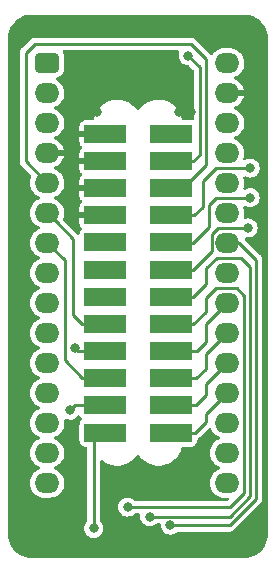
<source format=gtl>
G04 #@! TF.GenerationSoftware,KiCad,Pcbnew,6.0.1-79c1e3a40b~116~ubuntu20.04.1*
G04 #@! TF.CreationDate,2022-01-18T16:29:50+01:00*
G04 #@! TF.ProjectId,Arduino_GPIB_Adapter,41726475-696e-46f5-9f47-5049425f4164,rev?*
G04 #@! TF.SameCoordinates,Original*
G04 #@! TF.FileFunction,Copper,L1,Top*
G04 #@! TF.FilePolarity,Positive*
%FSLAX46Y46*%
G04 Gerber Fmt 4.6, Leading zero omitted, Abs format (unit mm)*
G04 Created by KiCad (PCBNEW 6.0.1-79c1e3a40b~116~ubuntu20.04.1) date 2022-01-18 16:29:50*
%MOMM*%
%LPD*%
G01*
G04 APERTURE LIST*
G04 Aperture macros list*
%AMRoundRect*
0 Rectangle with rounded corners*
0 $1 Rounding radius*
0 $2 $3 $4 $5 $6 $7 $8 $9 X,Y pos of 4 corners*
0 Add a 4 corners polygon primitive as box body*
4,1,4,$2,$3,$4,$5,$6,$7,$8,$9,$2,$3,0*
0 Add four circle primitives for the rounded corners*
1,1,$1+$1,$2,$3*
1,1,$1+$1,$4,$5*
1,1,$1+$1,$6,$7*
1,1,$1+$1,$8,$9*
0 Add four rect primitives between the rounded corners*
20,1,$1+$1,$2,$3,$4,$5,0*
20,1,$1+$1,$4,$5,$6,$7,0*
20,1,$1+$1,$6,$7,$8,$9,0*
20,1,$1+$1,$8,$9,$2,$3,0*%
G04 Aperture macros list end*
G04 #@! TA.AperFunction,ComponentPad*
%ADD10RoundRect,0.425000X-0.625000X-0.425000X0.625000X-0.425000X0.625000X0.425000X-0.625000X0.425000X0*%
G04 #@! TD*
G04 #@! TA.AperFunction,ComponentPad*
%ADD11O,2.100000X1.700000*%
G04 #@! TD*
G04 #@! TA.AperFunction,ComponentPad*
%ADD12RoundRect,0.200000X-1.600000X0.600000X-1.600000X-0.600000X1.600000X-0.600000X1.600000X0.600000X0*%
G04 #@! TD*
G04 #@! TA.AperFunction,ViaPad*
%ADD13C,0.800000*%
G04 #@! TD*
G04 #@! TA.AperFunction,Conductor*
%ADD14C,0.250000*%
G04 #@! TD*
G04 APERTURE END LIST*
D10*
X135200000Y-82660000D03*
D11*
X135200000Y-85200000D03*
X135200000Y-87740000D03*
X135200000Y-90280000D03*
X135200000Y-92820000D03*
X135200000Y-95360000D03*
X135200000Y-97900000D03*
X135200000Y-100440000D03*
X135200000Y-102980000D03*
X135200000Y-105520000D03*
X135200000Y-108060000D03*
X135200000Y-110600000D03*
X135200000Y-113140000D03*
X135200000Y-115680000D03*
X135200000Y-118220000D03*
X150440000Y-118220000D03*
X150440000Y-115680000D03*
X150440000Y-113140000D03*
X150440000Y-110600000D03*
X150440000Y-108060000D03*
X150440000Y-105520000D03*
X150440000Y-102980000D03*
X150440000Y-100440000D03*
X150440000Y-97900000D03*
X150440000Y-95360000D03*
X150440000Y-92820000D03*
X150440000Y-90280000D03*
X150440000Y-87740000D03*
X150440000Y-85200000D03*
X150440000Y-82660000D03*
D12*
X145714999Y-113964999D03*
X145714999Y-111664999D03*
X145714999Y-109364999D03*
X145714999Y-107064999D03*
X145714999Y-104764999D03*
X145714999Y-102464999D03*
X145714999Y-100164999D03*
X145714999Y-97864999D03*
X145714999Y-95564999D03*
X145714999Y-93264999D03*
X145714999Y-90964999D03*
X145714999Y-88664999D03*
X140134999Y-113964999D03*
X140134999Y-111665899D03*
X140134999Y-109366809D03*
X140134999Y-107067719D03*
X140134999Y-104768629D03*
X140134999Y-102469539D03*
X140134999Y-100170449D03*
X140134999Y-97871359D03*
X140134999Y-95572269D03*
X140134999Y-93273179D03*
X140134999Y-90974089D03*
X140134999Y-88674999D03*
D13*
X133324999Y-79854999D03*
X147394999Y-86824999D03*
X136944999Y-121364999D03*
X146394999Y-86824999D03*
X152234999Y-123124999D03*
X146894999Y-85824999D03*
X138894999Y-85824999D03*
X152104999Y-80294999D03*
X139394999Y-86824999D03*
X133324999Y-122874999D03*
X138394999Y-86824999D03*
X139144999Y-122074999D03*
X137569999Y-106824999D03*
X137144999Y-112074999D03*
X145624999Y-121804999D03*
X147149999Y-82059999D03*
X152394999Y-91574999D03*
X152394999Y-94074999D03*
X152214999Y-96644999D03*
X143894999Y-121074999D03*
X142014999Y-120274999D03*
D14*
X148644999Y-113074999D02*
X148644999Y-112395001D01*
X148644999Y-112395001D02*
X150440000Y-110600000D01*
X147744999Y-113974999D02*
X148644999Y-113074999D01*
X146644999Y-113974999D02*
X147744999Y-113974999D01*
X148644999Y-109855001D02*
X150440000Y-108060000D01*
X148644999Y-110824999D02*
X148644999Y-109855001D01*
X147794999Y-111674999D02*
X148644999Y-110824999D01*
X146644999Y-111674999D02*
X147794999Y-111674999D01*
X134144999Y-81074999D02*
X133394999Y-81824999D01*
X148644999Y-91324999D02*
X148644999Y-82324999D01*
X146644999Y-93274999D02*
X146694999Y-93274999D01*
X133394999Y-81824999D02*
X133394999Y-91014999D01*
X148644999Y-82324999D02*
X147394999Y-81074999D01*
X133394999Y-91014999D02*
X135200000Y-92820000D01*
X147394999Y-81074999D02*
X134144999Y-81074999D01*
X146694999Y-93274999D02*
X148644999Y-91324999D01*
X146644999Y-109374999D02*
X147844999Y-109374999D01*
X147844999Y-109374999D02*
X148644999Y-108574999D01*
X148644999Y-107315001D02*
X150440000Y-105520000D01*
X148644999Y-108574999D02*
X148644999Y-107315001D01*
X135999999Y-96179999D02*
X137394999Y-97574999D01*
X135200000Y-95360000D02*
X135999999Y-96159999D01*
X137394999Y-103974999D02*
X137394999Y-97574999D01*
X139144999Y-104774999D02*
X138194999Y-104774999D01*
X138194999Y-104774999D02*
X137394999Y-103974999D01*
X135999999Y-96159999D02*
X135999999Y-96179999D01*
X147894999Y-107074999D02*
X148644999Y-106324999D01*
X146644999Y-107074999D02*
X147894999Y-107074999D01*
X148644999Y-104775001D02*
X150440000Y-102980000D01*
X148644999Y-106324999D02*
X148644999Y-104775001D01*
X135200000Y-97900000D02*
X136679999Y-99379999D01*
X139144999Y-109374999D02*
X138194999Y-109374999D01*
X136679999Y-107859999D02*
X136679999Y-99379999D01*
X138194999Y-109374999D02*
X136679999Y-107859999D01*
X139144999Y-113974999D02*
X139144999Y-122074999D01*
X137819999Y-107074999D02*
X137569999Y-106824999D01*
X139144999Y-107074999D02*
X137819999Y-107074999D01*
X151470000Y-97900000D02*
X152894999Y-99324999D01*
X150440000Y-97900000D02*
X151470000Y-97900000D01*
X139144999Y-111674999D02*
X137544998Y-111675000D01*
X152894999Y-119574999D02*
X150644999Y-121824999D01*
X152894999Y-99324999D02*
X152894999Y-119574999D01*
X150644999Y-121824999D02*
X145894999Y-121824999D01*
X137544998Y-111675000D02*
X137144999Y-112074999D01*
X147594999Y-90974999D02*
X148144999Y-90424999D01*
X148144999Y-83054999D02*
X147149999Y-82059999D01*
X148144999Y-90424999D02*
X148144999Y-83054999D01*
X146644999Y-90974999D02*
X147594999Y-90974999D01*
X147149999Y-82059999D02*
X147144999Y-82054999D01*
X152389999Y-91554999D02*
X149474999Y-91554999D01*
X147644999Y-95574999D02*
X146769519Y-95574999D01*
X149474999Y-91554999D02*
X148384999Y-92644999D01*
X148384999Y-94834999D02*
X147644999Y-95574999D01*
X148384999Y-92644999D02*
X148384999Y-94834999D01*
X147594999Y-97874999D02*
X146644999Y-97874999D01*
X149524999Y-94074999D02*
X148894999Y-94704999D01*
X152394999Y-94074999D02*
X149524999Y-94074999D01*
X148894999Y-96574999D02*
X147594999Y-97874999D01*
X148894999Y-94704999D02*
X148894999Y-96574999D01*
X149644999Y-96634999D02*
X152219989Y-96634999D01*
X149144999Y-98624999D02*
X149144999Y-97264999D01*
X149144999Y-97134999D02*
X149144999Y-97264999D01*
X147594999Y-100174999D02*
X149144999Y-98624999D01*
X146644999Y-100174999D02*
X147594999Y-100174999D01*
X149644999Y-96634999D02*
X149144999Y-97134999D01*
X148644999Y-100074999D02*
X148644999Y-101424999D01*
X148644999Y-101424999D02*
X147594999Y-102474999D01*
X150644999Y-121074999D02*
X152394999Y-119324999D01*
X151644999Y-99164999D02*
X149554999Y-99164999D01*
X152394999Y-119324999D02*
X152394999Y-99914999D01*
X152394999Y-99914999D02*
X151644999Y-99164999D01*
X147594999Y-102474999D02*
X146644999Y-102474999D01*
X149554999Y-99164999D02*
X148644999Y-100074999D01*
X143894999Y-121074999D02*
X150644999Y-121074999D01*
X151894999Y-102374999D02*
X151254999Y-101734999D01*
X147594999Y-104774999D02*
X146644999Y-104774999D01*
X151254999Y-101734999D02*
X149484999Y-101734999D01*
X149484999Y-101734999D02*
X148644999Y-102574999D01*
X148644999Y-103724999D02*
X147594999Y-104774999D01*
X148644999Y-102574999D02*
X148644999Y-103724999D01*
X150694999Y-120274999D02*
X142014999Y-120274999D01*
X151894999Y-119074999D02*
X151894999Y-102374999D01*
X151894999Y-119074999D02*
X150694999Y-120274999D01*
G04 #@! TA.AperFunction,Conductor*
G36*
X151845593Y-78575772D02*
G01*
X151874939Y-78579064D01*
X151874943Y-78579064D01*
X151880969Y-78579740D01*
X151906216Y-78577620D01*
X151909588Y-78577337D01*
X151928073Y-78577167D01*
X152147948Y-78591578D01*
X152164029Y-78593696D01*
X152404664Y-78641561D01*
X152420332Y-78645759D01*
X152652670Y-78724628D01*
X152667655Y-78730835D01*
X152887709Y-78839353D01*
X152901756Y-78847463D01*
X153105764Y-78983778D01*
X153118632Y-78993652D01*
X153210867Y-79074539D01*
X153303107Y-79155432D01*
X153314566Y-79166891D01*
X153395459Y-79259131D01*
X153476346Y-79351366D01*
X153486220Y-79364234D01*
X153622535Y-79568242D01*
X153630645Y-79582289D01*
X153739163Y-79802343D01*
X153745370Y-79817328D01*
X153824239Y-80049666D01*
X153828437Y-80065334D01*
X153876302Y-80305969D01*
X153878420Y-80322050D01*
X153891950Y-80528481D01*
X153891442Y-80550413D01*
X153891022Y-80554160D01*
X153890258Y-80560969D01*
X153892533Y-80588058D01*
X153894564Y-80612249D01*
X153894999Y-80622625D01*
X153894999Y-122511771D01*
X153894226Y-122525593D01*
X153892766Y-122538614D01*
X153890258Y-122560969D01*
X153892210Y-122584220D01*
X153892661Y-122589588D01*
X153892831Y-122608073D01*
X153878420Y-122827948D01*
X153876302Y-122844029D01*
X153828437Y-123084664D01*
X153824239Y-123100332D01*
X153745370Y-123332670D01*
X153739163Y-123347655D01*
X153630645Y-123567709D01*
X153622535Y-123581756D01*
X153486220Y-123785764D01*
X153476346Y-123798632D01*
X153395459Y-123890867D01*
X153314566Y-123983107D01*
X153303107Y-123994566D01*
X153210867Y-124075458D01*
X153118632Y-124156346D01*
X153105764Y-124166220D01*
X152901756Y-124302535D01*
X152887709Y-124310645D01*
X152667655Y-124419163D01*
X152652670Y-124425370D01*
X152420332Y-124504239D01*
X152404664Y-124508437D01*
X152164029Y-124556302D01*
X152147948Y-124558420D01*
X151941517Y-124571950D01*
X151919585Y-124571442D01*
X151915059Y-124570934D01*
X151915055Y-124570934D01*
X151909029Y-124570258D01*
X151861777Y-124574226D01*
X151857749Y-124574564D01*
X151847373Y-124574999D01*
X133958227Y-124574999D01*
X133944405Y-124574226D01*
X133915059Y-124570934D01*
X133915055Y-124570934D01*
X133909029Y-124570258D01*
X133883782Y-124572378D01*
X133880410Y-124572661D01*
X133861925Y-124572831D01*
X133642050Y-124558420D01*
X133625969Y-124556302D01*
X133385334Y-124508437D01*
X133369666Y-124504239D01*
X133137328Y-124425370D01*
X133122343Y-124419163D01*
X132902289Y-124310645D01*
X132888242Y-124302535D01*
X132684234Y-124166220D01*
X132671366Y-124156346D01*
X132579131Y-124075458D01*
X132486891Y-123994566D01*
X132475432Y-123983107D01*
X132394540Y-123890867D01*
X132313652Y-123798632D01*
X132303778Y-123785764D01*
X132167463Y-123581756D01*
X132159353Y-123567709D01*
X132050835Y-123347655D01*
X132044628Y-123332670D01*
X131965759Y-123100332D01*
X131961561Y-123084664D01*
X131913696Y-122844029D01*
X131911578Y-122827948D01*
X131898048Y-122621517D01*
X131898556Y-122599585D01*
X131899064Y-122595059D01*
X131899064Y-122595055D01*
X131899740Y-122589029D01*
X131895434Y-122537749D01*
X131894999Y-122527373D01*
X131894999Y-81841661D01*
X132864820Y-81841661D01*
X132866230Y-81849997D01*
X132866230Y-81850001D01*
X132867762Y-81859061D01*
X132869499Y-81879740D01*
X132869499Y-91000601D01*
X132869390Y-91005792D01*
X132866912Y-91064918D01*
X132868843Y-91073150D01*
X132868843Y-91073152D01*
X132876356Y-91105183D01*
X132878485Y-91116666D01*
X132884098Y-91157645D01*
X132887453Y-91165397D01*
X132887454Y-91165402D01*
X132889665Y-91170511D01*
X132896586Y-91191439D01*
X132897857Y-91196859D01*
X132897860Y-91196866D01*
X132899789Y-91205092D01*
X132903859Y-91212496D01*
X132903862Y-91212503D01*
X132919718Y-91241345D01*
X132924857Y-91251835D01*
X132937921Y-91282024D01*
X132937923Y-91282028D01*
X132941279Y-91289782D01*
X132946595Y-91296347D01*
X132946601Y-91296357D01*
X132950105Y-91300684D01*
X132962392Y-91318968D01*
X132966019Y-91325564D01*
X132969152Y-91331262D01*
X132975835Y-91339004D01*
X132999120Y-91362289D01*
X133007805Y-91371935D01*
X133031887Y-91401674D01*
X133038775Y-91406569D01*
X133038777Y-91406571D01*
X133046275Y-91411899D01*
X133062125Y-91425294D01*
X133825248Y-92188417D01*
X133858733Y-92249740D01*
X133851109Y-92325939D01*
X133827484Y-92379759D01*
X133810026Y-92419529D01*
X133757915Y-92636585D01*
X133745066Y-92859438D01*
X133745730Y-92864922D01*
X133764881Y-93023179D01*
X133771883Y-93081044D01*
X133773508Y-93086326D01*
X133835620Y-93288226D01*
X133837519Y-93294400D01*
X133840052Y-93299307D01*
X133840053Y-93299310D01*
X133937367Y-93487850D01*
X133939901Y-93492759D01*
X133973473Y-93536511D01*
X134072430Y-93665476D01*
X134072434Y-93665480D01*
X134075790Y-93669854D01*
X134240893Y-93820086D01*
X134429990Y-93938707D01*
X134517869Y-93974034D01*
X134572728Y-94017302D01*
X134595486Y-94083361D01*
X134578917Y-94151238D01*
X134525001Y-94201006D01*
X134440538Y-94241293D01*
X134360871Y-94279292D01*
X134356388Y-94282514D01*
X134356387Y-94282514D01*
X134207452Y-94389535D01*
X134179595Y-94409552D01*
X134024251Y-94569854D01*
X134021173Y-94574434D01*
X134021171Y-94574437D01*
X133902827Y-94750552D01*
X133902824Y-94750557D01*
X133899750Y-94755132D01*
X133810026Y-94959529D01*
X133757915Y-95176585D01*
X133757597Y-95182100D01*
X133749679Y-95319438D01*
X133745066Y-95399438D01*
X133745730Y-95404922D01*
X133761822Y-95537900D01*
X133771883Y-95621044D01*
X133773508Y-95626326D01*
X133830340Y-95811063D01*
X133837519Y-95834400D01*
X133840052Y-95839307D01*
X133840053Y-95839310D01*
X133931866Y-96017192D01*
X133939901Y-96032759D01*
X133988927Y-96096651D01*
X134072430Y-96205476D01*
X134072434Y-96205480D01*
X134075790Y-96209854D01*
X134240893Y-96360086D01*
X134429990Y-96478707D01*
X134517869Y-96514034D01*
X134572728Y-96557302D01*
X134595486Y-96623361D01*
X134578917Y-96691238D01*
X134525001Y-96741006D01*
X134379235Y-96810533D01*
X134360871Y-96819292D01*
X134356388Y-96822514D01*
X134356387Y-96822514D01*
X134336622Y-96836717D01*
X134179595Y-96949552D01*
X134024251Y-97109854D01*
X134021173Y-97114434D01*
X134021171Y-97114437D01*
X133902827Y-97290552D01*
X133902824Y-97290557D01*
X133899750Y-97295132D01*
X133810026Y-97499529D01*
X133757915Y-97716585D01*
X133745066Y-97939438D01*
X133771883Y-98161044D01*
X133773508Y-98166326D01*
X133831849Y-98355968D01*
X133837519Y-98374400D01*
X133840052Y-98379307D01*
X133840053Y-98379310D01*
X133937367Y-98567850D01*
X133939901Y-98572759D01*
X133983263Y-98629270D01*
X134072430Y-98745476D01*
X134072434Y-98745480D01*
X134075790Y-98749854D01*
X134240893Y-98900086D01*
X134429990Y-99018707D01*
X134517869Y-99054034D01*
X134572728Y-99097302D01*
X134595486Y-99163361D01*
X134578917Y-99231238D01*
X134525001Y-99281006D01*
X134402582Y-99339397D01*
X134360871Y-99359292D01*
X134179595Y-99489552D01*
X134024251Y-99649854D01*
X134021173Y-99654434D01*
X134021171Y-99654437D01*
X133902827Y-99830552D01*
X133902824Y-99830557D01*
X133899750Y-99835132D01*
X133810026Y-100039529D01*
X133757915Y-100256585D01*
X133745066Y-100479438D01*
X133771883Y-100701044D01*
X133837519Y-100914400D01*
X133840052Y-100919307D01*
X133840053Y-100919310D01*
X133916716Y-101067840D01*
X133939901Y-101112759D01*
X133981791Y-101167351D01*
X134072430Y-101285476D01*
X134072434Y-101285480D01*
X134075790Y-101289854D01*
X134240893Y-101440086D01*
X134429990Y-101558707D01*
X134517869Y-101594034D01*
X134572728Y-101637302D01*
X134595486Y-101703361D01*
X134578917Y-101771238D01*
X134525001Y-101821006D01*
X134440538Y-101861293D01*
X134360871Y-101899292D01*
X134179595Y-102029552D01*
X134024251Y-102189854D01*
X134021173Y-102194434D01*
X134021171Y-102194437D01*
X133902827Y-102370552D01*
X133902824Y-102370557D01*
X133899750Y-102375132D01*
X133810026Y-102579529D01*
X133757915Y-102796585D01*
X133745066Y-103019438D01*
X133745730Y-103024922D01*
X133769550Y-103221761D01*
X133771883Y-103241044D01*
X133773508Y-103246326D01*
X133808581Y-103360333D01*
X133837519Y-103454400D01*
X133840052Y-103459307D01*
X133840053Y-103459310D01*
X133881034Y-103538708D01*
X133939901Y-103652759D01*
X133970400Y-103692506D01*
X134072430Y-103825476D01*
X134072434Y-103825480D01*
X134075790Y-103829854D01*
X134240893Y-103980086D01*
X134429990Y-104098707D01*
X134517869Y-104134034D01*
X134572728Y-104177302D01*
X134595486Y-104243361D01*
X134578917Y-104311238D01*
X134525001Y-104361006D01*
X134440538Y-104401293D01*
X134360871Y-104439292D01*
X134356388Y-104442514D01*
X134356387Y-104442514D01*
X134274521Y-104501341D01*
X134179595Y-104569552D01*
X134024251Y-104729854D01*
X134021173Y-104734434D01*
X134021171Y-104734437D01*
X133902827Y-104910552D01*
X133902824Y-104910557D01*
X133899750Y-104915132D01*
X133810026Y-105119529D01*
X133757915Y-105336585D01*
X133745066Y-105559438D01*
X133771883Y-105781044D01*
X133773508Y-105786326D01*
X133824805Y-105953071D01*
X133837519Y-105994400D01*
X133840052Y-105999307D01*
X133840053Y-105999310D01*
X133937367Y-106187850D01*
X133939901Y-106192759D01*
X133964550Y-106224882D01*
X134072430Y-106365476D01*
X134072434Y-106365480D01*
X134075790Y-106369854D01*
X134240893Y-106520086D01*
X134429990Y-106638707D01*
X134517869Y-106674034D01*
X134572728Y-106717302D01*
X134595486Y-106783361D01*
X134578917Y-106851238D01*
X134525001Y-106901006D01*
X134440538Y-106941293D01*
X134360871Y-106979292D01*
X134356388Y-106982514D01*
X134356387Y-106982514D01*
X134274521Y-107041341D01*
X134179595Y-107109552D01*
X134024251Y-107269854D01*
X134021173Y-107274434D01*
X134021171Y-107274437D01*
X133902827Y-107450552D01*
X133902824Y-107450557D01*
X133899750Y-107455132D01*
X133810026Y-107659529D01*
X133757915Y-107876585D01*
X133757597Y-107882100D01*
X133752654Y-107967840D01*
X133745066Y-108099438D01*
X133754248Y-108175316D01*
X133770059Y-108305967D01*
X133771883Y-108321044D01*
X133781013Y-108350723D01*
X133825324Y-108494758D01*
X133837519Y-108534400D01*
X133840052Y-108539307D01*
X133840053Y-108539310D01*
X133904859Y-108664868D01*
X133939901Y-108732759D01*
X134004278Y-108816657D01*
X134072430Y-108905476D01*
X134072434Y-108905480D01*
X134075790Y-108909854D01*
X134240893Y-109060086D01*
X134429990Y-109178707D01*
X134517869Y-109214034D01*
X134572728Y-109257302D01*
X134595486Y-109323361D01*
X134578917Y-109391238D01*
X134525001Y-109441006D01*
X134440538Y-109481293D01*
X134360871Y-109519292D01*
X134356388Y-109522514D01*
X134356387Y-109522514D01*
X134243497Y-109603634D01*
X134179595Y-109649552D01*
X134024251Y-109809854D01*
X134021173Y-109814434D01*
X134021171Y-109814437D01*
X133902827Y-109990552D01*
X133902824Y-109990557D01*
X133899750Y-109995132D01*
X133810026Y-110199529D01*
X133757915Y-110416585D01*
X133757597Y-110422100D01*
X133746491Y-110614730D01*
X133745066Y-110639438D01*
X133745730Y-110644922D01*
X133761822Y-110777900D01*
X133771883Y-110861044D01*
X133773508Y-110866326D01*
X133816331Y-111005525D01*
X133837519Y-111074400D01*
X133840052Y-111079307D01*
X133840053Y-111079310D01*
X133927716Y-111249151D01*
X133939901Y-111272759D01*
X133978646Y-111323253D01*
X134072430Y-111445476D01*
X134072434Y-111445480D01*
X134075790Y-111449854D01*
X134240893Y-111600086D01*
X134429990Y-111718707D01*
X134517869Y-111754034D01*
X134572728Y-111797302D01*
X134595486Y-111863361D01*
X134578917Y-111931238D01*
X134525001Y-111981006D01*
X134440538Y-112021293D01*
X134360871Y-112059292D01*
X134356388Y-112062514D01*
X134356387Y-112062514D01*
X134206514Y-112170209D01*
X134179595Y-112189552D01*
X134024251Y-112349854D01*
X134021173Y-112354434D01*
X134021171Y-112354437D01*
X133902827Y-112530552D01*
X133902824Y-112530557D01*
X133899750Y-112535132D01*
X133810026Y-112739529D01*
X133757915Y-112956585D01*
X133745066Y-113179438D01*
X133758474Y-113290241D01*
X133761822Y-113317900D01*
X133771883Y-113401044D01*
X133773508Y-113406326D01*
X133816331Y-113545525D01*
X133837519Y-113614400D01*
X133939901Y-113812759D01*
X134004278Y-113896657D01*
X134072430Y-113985476D01*
X134072434Y-113985480D01*
X134075790Y-113989854D01*
X134240893Y-114140086D01*
X134429990Y-114258707D01*
X134517869Y-114294034D01*
X134572728Y-114337302D01*
X134595486Y-114403361D01*
X134578917Y-114471238D01*
X134525001Y-114521006D01*
X134440538Y-114561293D01*
X134360871Y-114599292D01*
X134356388Y-114602514D01*
X134356387Y-114602514D01*
X134201653Y-114713702D01*
X134179595Y-114729552D01*
X134024251Y-114889854D01*
X134021173Y-114894434D01*
X134021171Y-114894437D01*
X133902827Y-115070552D01*
X133902824Y-115070557D01*
X133899750Y-115075132D01*
X133810026Y-115279529D01*
X133757915Y-115496585D01*
X133745066Y-115719438D01*
X133745730Y-115724922D01*
X133761822Y-115857900D01*
X133771883Y-115941044D01*
X133773508Y-115946326D01*
X133828896Y-116126369D01*
X133837519Y-116154400D01*
X133840052Y-116159307D01*
X133840053Y-116159310D01*
X133937367Y-116347850D01*
X133939901Y-116352759D01*
X133985938Y-116412756D01*
X134072430Y-116525476D01*
X134072434Y-116525480D01*
X134075790Y-116529854D01*
X134240893Y-116680086D01*
X134429990Y-116798707D01*
X134517869Y-116834034D01*
X134572728Y-116877302D01*
X134595486Y-116943361D01*
X134578917Y-117011238D01*
X134525001Y-117061006D01*
X134440538Y-117101293D01*
X134360871Y-117139292D01*
X134356388Y-117142514D01*
X134356387Y-117142514D01*
X134243497Y-117223634D01*
X134179595Y-117269552D01*
X134024251Y-117429854D01*
X134021173Y-117434434D01*
X134021171Y-117434437D01*
X133902827Y-117610552D01*
X133902824Y-117610557D01*
X133899750Y-117615132D01*
X133810026Y-117819529D01*
X133757915Y-118036585D01*
X133745066Y-118259438D01*
X133745730Y-118264922D01*
X133761822Y-118397900D01*
X133771883Y-118481044D01*
X133773508Y-118486326D01*
X133816331Y-118625525D01*
X133837519Y-118694400D01*
X133939901Y-118892759D01*
X134004278Y-118976657D01*
X134072430Y-119065476D01*
X134072434Y-119065480D01*
X134075790Y-119069854D01*
X134240893Y-119220086D01*
X134429990Y-119338707D01*
X134435107Y-119340764D01*
X134435111Y-119340766D01*
X134568611Y-119394432D01*
X134637105Y-119421966D01*
X134855690Y-119467233D01*
X134912349Y-119470500D01*
X135456630Y-119470500D01*
X135459373Y-119470255D01*
X135459377Y-119470255D01*
X135616839Y-119456202D01*
X135616841Y-119456202D01*
X135622339Y-119455711D01*
X135837651Y-119396808D01*
X135842630Y-119394433D01*
X135842633Y-119394432D01*
X136034148Y-119303084D01*
X136034150Y-119303083D01*
X136039129Y-119300708D01*
X136147242Y-119223021D01*
X136215920Y-119173671D01*
X136215921Y-119173670D01*
X136220405Y-119170448D01*
X136375749Y-119010146D01*
X136451685Y-118897141D01*
X136497173Y-118829448D01*
X136497176Y-118829443D01*
X136500250Y-118824868D01*
X136589974Y-118620471D01*
X136642085Y-118403415D01*
X136654934Y-118180562D01*
X136641526Y-118069759D01*
X136628781Y-117964440D01*
X136628780Y-117964436D01*
X136628117Y-117958956D01*
X136617095Y-117923129D01*
X136564106Y-117750881D01*
X136564104Y-117750877D01*
X136562481Y-117745600D01*
X136460099Y-117547241D01*
X136373542Y-117434437D01*
X136327570Y-117374524D01*
X136327566Y-117374520D01*
X136324210Y-117370146D01*
X136159107Y-117219914D01*
X135970010Y-117101293D01*
X135882131Y-117065966D01*
X135827272Y-117022698D01*
X135804514Y-116956639D01*
X135821083Y-116888762D01*
X135874999Y-116838994D01*
X136034148Y-116763084D01*
X136034150Y-116763083D01*
X136039129Y-116760708D01*
X136072680Y-116736599D01*
X136215920Y-116633671D01*
X136215921Y-116633670D01*
X136220405Y-116630448D01*
X136375749Y-116470146D01*
X136412837Y-116414953D01*
X136497173Y-116289448D01*
X136497176Y-116289443D01*
X136500250Y-116284868D01*
X136589974Y-116080471D01*
X136642085Y-115863415D01*
X136644585Y-115820058D01*
X136654616Y-115646079D01*
X136654616Y-115646078D01*
X136654934Y-115640562D01*
X136641526Y-115529759D01*
X136628781Y-115424440D01*
X136628780Y-115424436D01*
X136628117Y-115418956D01*
X136617095Y-115383129D01*
X136564106Y-115210881D01*
X136564104Y-115210877D01*
X136562481Y-115205600D01*
X136532201Y-115146933D01*
X136462633Y-115012150D01*
X136462632Y-115012148D01*
X136460099Y-115007241D01*
X136373542Y-114894437D01*
X136327570Y-114834524D01*
X136327566Y-114834520D01*
X136324210Y-114830146D01*
X136159107Y-114679914D01*
X135970010Y-114561293D01*
X135882131Y-114525966D01*
X135827272Y-114482698D01*
X135804514Y-114416639D01*
X135821083Y-114348762D01*
X135874999Y-114298994D01*
X136034148Y-114223084D01*
X136034150Y-114223083D01*
X136039129Y-114220708D01*
X136043613Y-114217486D01*
X136215920Y-114093671D01*
X136215921Y-114093670D01*
X136220405Y-114090448D01*
X136375749Y-113930146D01*
X136451685Y-113817141D01*
X136497173Y-113749448D01*
X136497176Y-113749443D01*
X136500250Y-113744868D01*
X136589974Y-113540471D01*
X136642085Y-113323415D01*
X136654934Y-113100562D01*
X136634567Y-112932259D01*
X136646055Y-112863341D01*
X136692980Y-112811574D01*
X136760443Y-112793394D01*
X136800892Y-112801140D01*
X136875817Y-112829004D01*
X136950115Y-112856635D01*
X137128129Y-112880387D01*
X137135030Y-112879759D01*
X137135032Y-112879759D01*
X137242743Y-112869957D01*
X137306980Y-112864111D01*
X137477781Y-112808614D01*
X137632043Y-112716656D01*
X137637065Y-112711874D01*
X137757079Y-112597586D01*
X137757081Y-112597584D01*
X137762098Y-112592806D01*
X137786933Y-112555426D01*
X137792440Y-112547138D01*
X137845935Y-112502193D01*
X137915237Y-112493304D01*
X137978343Y-112523294D01*
X138001154Y-112555426D01*
X138003289Y-112554193D01*
X138007353Y-112561232D01*
X138010463Y-112568740D01*
X138106717Y-112694181D01*
X138136553Y-112717075D01*
X138177754Y-112773500D01*
X138181909Y-112843246D01*
X138147697Y-112904167D01*
X138136565Y-112913814D01*
X138106717Y-112936717D01*
X138010463Y-113062158D01*
X138007353Y-113069666D01*
X137994556Y-113100562D01*
X137949955Y-113208237D01*
X137948894Y-113216296D01*
X137935518Y-113317900D01*
X137934499Y-113325638D01*
X137934500Y-114604359D01*
X137949955Y-114721761D01*
X138010463Y-114867840D01*
X138106717Y-114993281D01*
X138232158Y-115089535D01*
X138239666Y-115092645D01*
X138370728Y-115146933D01*
X138370730Y-115146934D01*
X138378237Y-115150043D01*
X138386296Y-115151104D01*
X138491617Y-115164970D01*
X138491623Y-115164970D01*
X138495638Y-115165499D01*
X138499689Y-115165499D01*
X138503611Y-115165756D01*
X138569219Y-115189784D01*
X138611422Y-115245468D01*
X138619499Y-115289490D01*
X138619499Y-121417013D01*
X138599814Y-121484052D01*
X138582258Y-121505607D01*
X138520731Y-121565858D01*
X138496972Y-121602725D01*
X138434610Y-121699492D01*
X138423445Y-121716816D01*
X138421075Y-121723328D01*
X138370614Y-121861969D01*
X138362021Y-121885577D01*
X138339513Y-122063752D01*
X138357038Y-122242485D01*
X138413725Y-122412895D01*
X138417318Y-122418828D01*
X138417319Y-122418830D01*
X138503167Y-122560582D01*
X138506758Y-122566511D01*
X138631513Y-122695698D01*
X138637307Y-122699489D01*
X138637310Y-122699492D01*
X138733212Y-122762248D01*
X138781788Y-122794035D01*
X138950115Y-122856635D01*
X139128129Y-122880387D01*
X139135030Y-122879759D01*
X139135032Y-122879759D01*
X139242743Y-122869957D01*
X139306980Y-122864111D01*
X139477781Y-122808614D01*
X139632043Y-122716656D01*
X139668946Y-122681514D01*
X139757079Y-122597586D01*
X139757081Y-122597584D01*
X139762098Y-122592806D01*
X139861482Y-122443221D01*
X139868139Y-122425698D01*
X139896704Y-122350499D01*
X139925256Y-122275335D01*
X139950250Y-122097492D01*
X139950564Y-122074999D01*
X139930545Y-121896527D01*
X139871484Y-121726926D01*
X139776315Y-121574624D01*
X139706512Y-121504332D01*
X139673242Y-121442892D01*
X139670499Y-121416957D01*
X139670499Y-116414417D01*
X139690184Y-116347378D01*
X139742988Y-116301623D01*
X139812146Y-116291679D01*
X139872754Y-116318229D01*
X139988944Y-116412756D01*
X140222719Y-116554919D01*
X140473675Y-116663924D01*
X140737136Y-116737742D01*
X141008195Y-116774999D01*
X141281803Y-116774999D01*
X141552862Y-116737742D01*
X141816323Y-116663924D01*
X142067279Y-116554919D01*
X142301054Y-116412756D01*
X142513295Y-116240086D01*
X142700046Y-116040124D01*
X142793696Y-115907453D01*
X142848437Y-115864037D01*
X142917962Y-115857108D01*
X142980197Y-115888867D01*
X142996301Y-115907452D01*
X143089952Y-116040124D01*
X143276703Y-116240086D01*
X143488944Y-116412756D01*
X143722719Y-116554919D01*
X143973675Y-116663924D01*
X144237136Y-116737742D01*
X144508195Y-116774999D01*
X144781803Y-116774999D01*
X145052862Y-116737742D01*
X145316323Y-116663924D01*
X145567279Y-116554919D01*
X145801054Y-116412756D01*
X146013295Y-116240086D01*
X146200046Y-116040124D01*
X146273856Y-115935560D01*
X146355387Y-115820058D01*
X146355390Y-115820053D01*
X146357831Y-115816595D01*
X146483708Y-115573663D01*
X146513009Y-115491216D01*
X146573914Y-115319847D01*
X146573916Y-115319841D01*
X146575333Y-115315853D01*
X146586052Y-115264270D01*
X146618964Y-115202637D01*
X146679972Y-115168583D01*
X146707458Y-115165498D01*
X147354359Y-115165498D01*
X147432016Y-115155275D01*
X147463703Y-115151104D01*
X147463705Y-115151104D01*
X147471761Y-115150043D01*
X147617840Y-115089535D01*
X147743281Y-114993281D01*
X147839535Y-114867840D01*
X147853335Y-114834524D01*
X147896933Y-114729270D01*
X147896934Y-114729268D01*
X147900043Y-114721761D01*
X147901104Y-114713702D01*
X147914970Y-114608380D01*
X147914970Y-114608376D01*
X147915499Y-114604360D01*
X147915499Y-114555300D01*
X147935184Y-114488261D01*
X147990250Y-114441500D01*
X148012022Y-114432078D01*
X148012027Y-114432075D01*
X148019782Y-114428719D01*
X148026347Y-114423403D01*
X148026357Y-114423397D01*
X148030684Y-114419893D01*
X148048968Y-114407606D01*
X148055564Y-114403979D01*
X148055566Y-114403977D01*
X148061262Y-114400846D01*
X148069004Y-114394163D01*
X148092289Y-114370878D01*
X148101935Y-114362193D01*
X148125103Y-114343432D01*
X148131674Y-114338111D01*
X148136569Y-114331223D01*
X148136571Y-114331221D01*
X148141899Y-114323723D01*
X148155294Y-114307873D01*
X148879628Y-113583539D01*
X148940951Y-113550054D01*
X149010643Y-113555038D01*
X149066576Y-113596910D01*
X149076766Y-113614789D01*
X149077519Y-113614400D01*
X149179901Y-113812759D01*
X149244278Y-113896657D01*
X149312430Y-113985476D01*
X149312434Y-113985480D01*
X149315790Y-113989854D01*
X149480893Y-114140086D01*
X149669990Y-114258707D01*
X149757869Y-114294034D01*
X149812728Y-114337302D01*
X149835486Y-114403361D01*
X149818917Y-114471238D01*
X149765001Y-114521006D01*
X149680538Y-114561293D01*
X149600871Y-114599292D01*
X149596388Y-114602514D01*
X149596387Y-114602514D01*
X149441653Y-114713702D01*
X149419595Y-114729552D01*
X149264251Y-114889854D01*
X149261173Y-114894434D01*
X149261171Y-114894437D01*
X149142827Y-115070552D01*
X149142824Y-115070557D01*
X149139750Y-115075132D01*
X149050026Y-115279529D01*
X148997915Y-115496585D01*
X148985066Y-115719438D01*
X148985730Y-115724922D01*
X149001822Y-115857900D01*
X149011883Y-115941044D01*
X149013508Y-115946326D01*
X149068896Y-116126369D01*
X149077519Y-116154400D01*
X149080052Y-116159307D01*
X149080053Y-116159310D01*
X149177367Y-116347850D01*
X149179901Y-116352759D01*
X149225938Y-116412756D01*
X149312430Y-116525476D01*
X149312434Y-116525480D01*
X149315790Y-116529854D01*
X149480893Y-116680086D01*
X149669990Y-116798707D01*
X149757869Y-116834034D01*
X149812728Y-116877302D01*
X149835486Y-116943361D01*
X149818917Y-117011238D01*
X149765001Y-117061006D01*
X149680538Y-117101293D01*
X149600871Y-117139292D01*
X149596388Y-117142514D01*
X149596387Y-117142514D01*
X149483497Y-117223634D01*
X149419595Y-117269552D01*
X149264251Y-117429854D01*
X149261173Y-117434434D01*
X149261171Y-117434437D01*
X149142827Y-117610552D01*
X149142824Y-117610557D01*
X149139750Y-117615132D01*
X149050026Y-117819529D01*
X148997915Y-118036585D01*
X148985066Y-118259438D01*
X148985730Y-118264922D01*
X149001822Y-118397900D01*
X149011883Y-118481044D01*
X149013508Y-118486326D01*
X149056331Y-118625525D01*
X149077519Y-118694400D01*
X149179901Y-118892759D01*
X149244278Y-118976657D01*
X149312430Y-119065476D01*
X149312434Y-119065480D01*
X149315790Y-119069854D01*
X149480893Y-119220086D01*
X149669990Y-119338707D01*
X149675107Y-119340764D01*
X149675111Y-119340766D01*
X149808611Y-119394432D01*
X149877105Y-119421966D01*
X150095690Y-119467233D01*
X150152349Y-119470500D01*
X150456967Y-119470500D01*
X150524006Y-119490185D01*
X150569761Y-119542989D01*
X150579705Y-119612147D01*
X150550680Y-119675703D01*
X150544648Y-119682181D01*
X150513649Y-119713180D01*
X150452326Y-119746665D01*
X150425968Y-119749499D01*
X142672981Y-119749499D01*
X142605942Y-119729814D01*
X142584995Y-119712874D01*
X142548082Y-119675703D01*
X142519769Y-119647192D01*
X142368135Y-119550962D01*
X142311140Y-119530667D01*
X142205478Y-119493042D01*
X142205474Y-119493041D01*
X142198950Y-119490718D01*
X142020623Y-119469454D01*
X142013734Y-119470178D01*
X142013731Y-119470178D01*
X141848912Y-119487501D01*
X141848910Y-119487501D01*
X141842016Y-119488226D01*
X141835455Y-119490460D01*
X141835453Y-119490460D01*
X141748717Y-119519988D01*
X141672006Y-119546102D01*
X141666104Y-119549733D01*
X141564652Y-119612147D01*
X141519044Y-119640205D01*
X141390731Y-119765858D01*
X141293445Y-119916816D01*
X141232021Y-120085577D01*
X141209513Y-120263752D01*
X141227038Y-120442485D01*
X141283725Y-120612895D01*
X141376758Y-120766511D01*
X141501513Y-120895698D01*
X141507307Y-120899489D01*
X141507310Y-120899492D01*
X141569275Y-120940040D01*
X141651788Y-120994035D01*
X141820115Y-121056635D01*
X141998129Y-121080387D01*
X142005030Y-121079759D01*
X142005032Y-121079759D01*
X142112743Y-121069957D01*
X142176980Y-121064111D01*
X142347781Y-121008614D01*
X142502043Y-120916656D01*
X142588104Y-120834702D01*
X142650226Y-120802725D01*
X142673616Y-120800499D01*
X142982119Y-120800499D01*
X143049158Y-120820184D01*
X143094913Y-120872988D01*
X143105141Y-120940040D01*
X143096208Y-121010757D01*
X143089513Y-121063752D01*
X143107038Y-121242485D01*
X143163725Y-121412895D01*
X143167318Y-121418828D01*
X143167319Y-121418830D01*
X143197138Y-121468067D01*
X143256758Y-121566511D01*
X143381513Y-121695698D01*
X143387307Y-121699489D01*
X143387310Y-121699492D01*
X143449273Y-121740039D01*
X143531788Y-121794035D01*
X143700115Y-121856635D01*
X143878129Y-121880387D01*
X143885030Y-121879759D01*
X143885032Y-121879759D01*
X143992743Y-121869957D01*
X144056980Y-121864111D01*
X144227781Y-121808614D01*
X144382043Y-121716656D01*
X144468104Y-121634702D01*
X144530226Y-121602725D01*
X144553616Y-121600499D01*
X144703276Y-121600499D01*
X144770315Y-121620184D01*
X144816070Y-121672988D01*
X144826298Y-121740039D01*
X144819513Y-121793752D01*
X144837038Y-121972485D01*
X144893725Y-122142895D01*
X144897318Y-122148828D01*
X144897319Y-122148830D01*
X144978016Y-122282077D01*
X144986758Y-122296511D01*
X145111513Y-122425698D01*
X145117307Y-122429489D01*
X145117310Y-122429492D01*
X145213212Y-122492248D01*
X145261788Y-122524035D01*
X145268283Y-122526450D01*
X145268284Y-122526451D01*
X145284735Y-122532569D01*
X145430115Y-122586635D01*
X145608129Y-122610387D01*
X145615030Y-122609759D01*
X145615032Y-122609759D01*
X145726828Y-122599585D01*
X145786980Y-122594111D01*
X145957781Y-122538614D01*
X146112043Y-122446656D01*
X146177102Y-122384702D01*
X146239224Y-122352725D01*
X146262614Y-122350499D01*
X150630601Y-122350499D01*
X150635793Y-122350608D01*
X150686470Y-122352732D01*
X150694918Y-122353086D01*
X150703150Y-122351155D01*
X150703152Y-122351155D01*
X150735183Y-122343642D01*
X150746666Y-122341513D01*
X150762904Y-122339289D01*
X150779274Y-122337047D01*
X150779276Y-122337046D01*
X150787645Y-122335900D01*
X150795397Y-122332545D01*
X150795402Y-122332544D01*
X150800511Y-122330333D01*
X150821439Y-122323412D01*
X150826859Y-122322141D01*
X150826866Y-122322138D01*
X150835092Y-122320209D01*
X150842496Y-122316139D01*
X150842503Y-122316136D01*
X150871345Y-122300280D01*
X150881835Y-122295141D01*
X150912024Y-122282077D01*
X150912028Y-122282075D01*
X150919782Y-122278719D01*
X150926347Y-122273403D01*
X150926357Y-122273397D01*
X150930684Y-122269893D01*
X150948968Y-122257606D01*
X150955564Y-122253979D01*
X150955566Y-122253977D01*
X150961262Y-122250846D01*
X150969004Y-122244163D01*
X150992289Y-122220878D01*
X151001935Y-122212193D01*
X151025103Y-122193432D01*
X151031674Y-122188111D01*
X151036569Y-122181223D01*
X151036571Y-122181221D01*
X151041899Y-122173723D01*
X151055294Y-122157873D01*
X153256398Y-119956769D01*
X153260147Y-119953174D01*
X153297487Y-119918838D01*
X153303711Y-119913115D01*
X153325507Y-119877962D01*
X153332120Y-119868340D01*
X153352015Y-119842129D01*
X153352015Y-119842128D01*
X153357127Y-119835394D01*
X153362288Y-119822360D01*
X153372191Y-119802669D01*
X153375125Y-119797938D01*
X153375129Y-119797930D01*
X153379581Y-119790749D01*
X153391120Y-119751032D01*
X153394903Y-119739982D01*
X153398929Y-119729814D01*
X153410129Y-119701526D01*
X153411594Y-119687586D01*
X153415840Y-119665945D01*
X153417937Y-119658727D01*
X153419750Y-119652487D01*
X153420499Y-119642287D01*
X153420499Y-119609366D01*
X153421178Y-119596404D01*
X153424295Y-119566743D01*
X153425179Y-119558337D01*
X153422235Y-119540931D01*
X153420499Y-119520252D01*
X153420499Y-99339397D01*
X153420608Y-99334205D01*
X153422732Y-99283528D01*
X153423086Y-99275080D01*
X153413642Y-99234815D01*
X153411512Y-99223325D01*
X153407047Y-99190724D01*
X153407046Y-99190722D01*
X153405900Y-99182353D01*
X153402545Y-99174601D01*
X153402544Y-99174596D01*
X153400333Y-99169487D01*
X153393412Y-99148559D01*
X153392141Y-99143139D01*
X153392138Y-99143132D01*
X153390209Y-99134906D01*
X153386139Y-99127502D01*
X153386136Y-99127495D01*
X153370280Y-99098653D01*
X153365141Y-99088163D01*
X153352077Y-99057974D01*
X153352075Y-99057970D01*
X153348719Y-99050216D01*
X153343403Y-99043651D01*
X153343397Y-99043641D01*
X153339893Y-99039314D01*
X153327606Y-99021030D01*
X153323979Y-99014434D01*
X153323977Y-99014432D01*
X153320846Y-99008736D01*
X153314163Y-99000994D01*
X153290878Y-98977709D01*
X153282193Y-98968063D01*
X153263432Y-98944895D01*
X153258111Y-98938324D01*
X153251223Y-98933429D01*
X153251221Y-98933427D01*
X153243723Y-98928099D01*
X153227873Y-98914704D01*
X151955687Y-97642518D01*
X151922202Y-97581195D01*
X151927186Y-97511503D01*
X151969058Y-97455570D01*
X152034522Y-97431153D01*
X152059768Y-97431926D01*
X152121157Y-97440117D01*
X152198129Y-97450387D01*
X152205030Y-97449759D01*
X152205032Y-97449759D01*
X152312743Y-97439957D01*
X152376980Y-97434111D01*
X152547781Y-97378614D01*
X152702043Y-97286656D01*
X152707065Y-97281874D01*
X152827079Y-97167586D01*
X152827081Y-97167584D01*
X152832098Y-97162806D01*
X152931482Y-97013221D01*
X152995256Y-96845335D01*
X153020250Y-96667492D01*
X153020456Y-96652767D01*
X153020510Y-96648898D01*
X153020510Y-96648891D01*
X153020564Y-96644999D01*
X153000545Y-96466527D01*
X152941484Y-96296926D01*
X152846315Y-96144624D01*
X152719769Y-96017192D01*
X152603542Y-95943432D01*
X152573989Y-95924677D01*
X152568135Y-95920962D01*
X152489693Y-95893030D01*
X152405478Y-95863042D01*
X152405474Y-95863041D01*
X152398950Y-95860718D01*
X152220623Y-95839454D01*
X152213734Y-95840178D01*
X152213731Y-95840178D01*
X152048912Y-95857501D01*
X152048910Y-95857501D01*
X152042016Y-95858226D01*
X152035452Y-95860461D01*
X152035450Y-95860461D01*
X151998624Y-95872997D01*
X151928817Y-95875966D01*
X151868487Y-95840724D01*
X151836787Y-95778459D01*
X151838090Y-95726664D01*
X151882085Y-95543415D01*
X151894934Y-95320562D01*
X151881525Y-95209759D01*
X151868781Y-95104440D01*
X151868780Y-95104436D01*
X151868117Y-95098956D01*
X151810411Y-94911377D01*
X151809513Y-94841513D01*
X151846529Y-94782254D01*
X151909707Y-94752415D01*
X151978987Y-94761469D01*
X151996825Y-94771156D01*
X152031788Y-94794035D01*
X152200115Y-94856635D01*
X152378129Y-94880387D01*
X152385030Y-94879759D01*
X152385032Y-94879759D01*
X152492743Y-94869957D01*
X152556980Y-94864111D01*
X152727781Y-94808614D01*
X152882043Y-94716656D01*
X152912932Y-94687241D01*
X153007079Y-94597586D01*
X153007081Y-94597584D01*
X153012098Y-94592806D01*
X153111482Y-94443221D01*
X153175256Y-94275335D01*
X153200250Y-94097492D01*
X153200564Y-94074999D01*
X153180545Y-93896527D01*
X153121484Y-93726926D01*
X153026315Y-93574624D01*
X152899769Y-93447192D01*
X152781405Y-93372076D01*
X152753989Y-93354677D01*
X152748135Y-93350962D01*
X152728218Y-93343870D01*
X152585478Y-93293042D01*
X152585474Y-93293041D01*
X152578950Y-93290718D01*
X152400623Y-93269454D01*
X152393734Y-93270178D01*
X152393731Y-93270178D01*
X152228912Y-93287501D01*
X152228910Y-93287501D01*
X152222016Y-93288226D01*
X152215455Y-93290460D01*
X152215453Y-93290460D01*
X152141179Y-93315745D01*
X152052006Y-93346102D01*
X152046104Y-93349733D01*
X152009786Y-93372076D01*
X151942373Y-93390438D01*
X151875733Y-93369438D01*
X151831026Y-93315745D01*
X151822445Y-93246404D01*
X151827289Y-93226911D01*
X151827755Y-93225525D01*
X151829974Y-93220471D01*
X151882085Y-93003415D01*
X151894934Y-92780562D01*
X151881525Y-92669759D01*
X151868781Y-92564440D01*
X151868780Y-92564436D01*
X151868117Y-92558956D01*
X151825818Y-92421459D01*
X151824920Y-92351595D01*
X151861936Y-92292336D01*
X151925114Y-92262497D01*
X151994394Y-92271551D01*
X152012236Y-92281240D01*
X152031788Y-92294035D01*
X152200115Y-92356635D01*
X152378129Y-92380387D01*
X152385030Y-92379759D01*
X152385032Y-92379759D01*
X152492743Y-92369957D01*
X152556980Y-92364111D01*
X152727781Y-92308614D01*
X152882043Y-92216656D01*
X152954936Y-92147241D01*
X153007079Y-92097586D01*
X153007081Y-92097584D01*
X153012098Y-92092806D01*
X153111482Y-91943221D01*
X153175256Y-91775335D01*
X153197363Y-91618034D01*
X153199708Y-91601349D01*
X153199708Y-91601348D01*
X153200250Y-91597492D01*
X153200564Y-91574999D01*
X153180545Y-91396527D01*
X153121484Y-91226926D01*
X153026315Y-91074624D01*
X152899769Y-90947192D01*
X152748135Y-90850962D01*
X152689857Y-90830210D01*
X152585478Y-90793042D01*
X152585474Y-90793041D01*
X152578950Y-90790718D01*
X152400623Y-90769454D01*
X152393734Y-90770178D01*
X152393731Y-90770178D01*
X152228912Y-90787501D01*
X152228910Y-90787501D01*
X152222016Y-90788226D01*
X152215455Y-90790460D01*
X152215453Y-90790460D01*
X152197482Y-90796578D01*
X152052006Y-90846102D01*
X152046104Y-90849733D01*
X151986271Y-90886542D01*
X151918857Y-90904904D01*
X151852218Y-90883904D01*
X151807511Y-90830210D01*
X151798930Y-90760869D01*
X151807753Y-90731092D01*
X151829974Y-90680471D01*
X151882085Y-90463415D01*
X151894934Y-90240562D01*
X151881525Y-90129759D01*
X151868781Y-90024440D01*
X151868780Y-90024436D01*
X151868117Y-90018956D01*
X151802481Y-89805600D01*
X151789245Y-89779955D01*
X151702633Y-89612150D01*
X151702632Y-89612148D01*
X151700099Y-89607241D01*
X151635722Y-89523343D01*
X151567570Y-89434524D01*
X151567566Y-89434520D01*
X151564210Y-89430146D01*
X151399107Y-89279914D01*
X151210010Y-89161293D01*
X151122131Y-89125966D01*
X151067272Y-89082698D01*
X151044514Y-89016639D01*
X151061083Y-88948762D01*
X151114999Y-88898994D01*
X151274148Y-88823084D01*
X151274150Y-88823083D01*
X151279129Y-88820708D01*
X151387242Y-88743021D01*
X151455920Y-88693671D01*
X151455921Y-88693670D01*
X151460405Y-88690448D01*
X151615749Y-88530146D01*
X151618829Y-88525563D01*
X151737173Y-88349448D01*
X151737176Y-88349443D01*
X151740250Y-88344868D01*
X151829974Y-88140471D01*
X151882085Y-87923415D01*
X151894934Y-87700562D01*
X151868117Y-87478956D01*
X151836514Y-87376228D01*
X151804106Y-87270881D01*
X151804104Y-87270877D01*
X151802481Y-87265600D01*
X151788393Y-87238304D01*
X151702633Y-87072150D01*
X151702632Y-87072148D01*
X151700099Y-87067241D01*
X151627457Y-86972572D01*
X151567570Y-86894524D01*
X151567566Y-86894520D01*
X151564210Y-86890146D01*
X151399107Y-86739914D01*
X151210010Y-86621293D01*
X151204891Y-86619235D01*
X151204889Y-86619234D01*
X151121502Y-86585713D01*
X151066642Y-86542444D01*
X151043884Y-86476384D01*
X151060454Y-86408508D01*
X151114369Y-86358740D01*
X151273895Y-86282650D01*
X151283357Y-86277054D01*
X151455592Y-86153291D01*
X151463919Y-86146103D01*
X151611516Y-85993795D01*
X151618439Y-85985247D01*
X151736733Y-85809206D01*
X151742028Y-85799573D01*
X151827281Y-85605365D01*
X151830787Y-85594945D01*
X151861423Y-85467336D01*
X151860730Y-85453475D01*
X151851989Y-85450000D01*
X150314000Y-85450000D01*
X150246961Y-85430315D01*
X150201206Y-85377511D01*
X150190000Y-85326000D01*
X150190000Y-85074000D01*
X150209685Y-85006961D01*
X150262489Y-84961206D01*
X150314000Y-84950000D01*
X151851120Y-84950000D01*
X151864881Y-84945959D01*
X151866447Y-84935876D01*
X151866000Y-84933774D01*
X151803641Y-84731071D01*
X151799482Y-84720880D01*
X151702209Y-84532419D01*
X151696312Y-84523128D01*
X151567204Y-84354869D01*
X151559754Y-84346767D01*
X151402886Y-84204029D01*
X151394127Y-84197380D01*
X151214457Y-84084672D01*
X151204661Y-84079681D01*
X151121520Y-84046259D01*
X151066660Y-84002990D01*
X151043902Y-83936930D01*
X151060471Y-83869054D01*
X151114387Y-83819286D01*
X151274148Y-83743084D01*
X151274150Y-83743083D01*
X151279129Y-83740708D01*
X151374525Y-83672159D01*
X151455920Y-83613671D01*
X151455921Y-83613670D01*
X151460405Y-83610448D01*
X151615749Y-83450146D01*
X151664400Y-83377746D01*
X151737173Y-83269448D01*
X151737176Y-83269443D01*
X151740250Y-83264868D01*
X151829974Y-83060471D01*
X151882085Y-82843415D01*
X151894934Y-82620562D01*
X151868117Y-82398956D01*
X151817391Y-82234065D01*
X151804106Y-82190881D01*
X151804104Y-82190877D01*
X151802481Y-82185600D01*
X151703579Y-81993982D01*
X151702633Y-81992150D01*
X151702632Y-81992148D01*
X151700099Y-81987241D01*
X151610580Y-81870577D01*
X151567570Y-81814524D01*
X151567566Y-81814520D01*
X151564210Y-81810146D01*
X151399107Y-81659914D01*
X151210010Y-81541293D01*
X151204893Y-81539236D01*
X151204889Y-81539234D01*
X151008017Y-81460093D01*
X151002895Y-81458034D01*
X150784310Y-81412767D01*
X150727651Y-81409500D01*
X150183370Y-81409500D01*
X150180627Y-81409745D01*
X150180623Y-81409745D01*
X150023161Y-81423798D01*
X150023159Y-81423798D01*
X150017661Y-81424289D01*
X149802349Y-81483192D01*
X149797370Y-81485567D01*
X149797367Y-81485568D01*
X149631667Y-81564603D01*
X149600871Y-81579292D01*
X149596388Y-81582514D01*
X149596387Y-81582514D01*
X149483497Y-81663634D01*
X149419595Y-81709552D01*
X149264251Y-81869854D01*
X149218242Y-81938324D01*
X149216584Y-81940791D01*
X149162855Y-81985456D01*
X149093507Y-81993982D01*
X149030559Y-81963663D01*
X149017298Y-81949669D01*
X149013432Y-81944895D01*
X149008111Y-81938324D01*
X149001223Y-81933429D01*
X149001221Y-81933427D01*
X148993723Y-81928099D01*
X148977873Y-81914704D01*
X147776769Y-80713600D01*
X147773174Y-80709851D01*
X147749140Y-80683714D01*
X147733115Y-80666287D01*
X147697967Y-80644494D01*
X147688351Y-80637887D01*
X147655395Y-80612871D01*
X147642355Y-80607708D01*
X147622669Y-80597808D01*
X147610749Y-80590417D01*
X147571025Y-80578876D01*
X147559989Y-80575098D01*
X147521527Y-80559870D01*
X147513128Y-80558987D01*
X147513119Y-80558985D01*
X147507580Y-80558403D01*
X147485953Y-80554160D01*
X147478731Y-80552062D01*
X147478730Y-80552062D01*
X147472487Y-80550248D01*
X147465288Y-80549719D01*
X147464562Y-80549666D01*
X147464560Y-80549666D01*
X147462287Y-80549499D01*
X147429356Y-80549499D01*
X147416394Y-80548820D01*
X147415449Y-80548721D01*
X147378337Y-80544820D01*
X147370001Y-80546230D01*
X147369997Y-80546230D01*
X147360937Y-80547762D01*
X147340258Y-80549499D01*
X134159397Y-80549499D01*
X134154205Y-80549390D01*
X134103528Y-80547266D01*
X134095080Y-80546912D01*
X134086847Y-80548843D01*
X134054817Y-80556355D01*
X134043332Y-80558484D01*
X134002353Y-80564098D01*
X133994597Y-80567455D01*
X133994595Y-80567455D01*
X133989489Y-80569665D01*
X133968553Y-80576589D01*
X133963139Y-80577859D01*
X133954906Y-80579790D01*
X133927132Y-80595059D01*
X133918668Y-80599712D01*
X133908179Y-80604850D01*
X133877976Y-80617920D01*
X133877971Y-80617923D01*
X133870216Y-80621279D01*
X133863648Y-80626598D01*
X133859322Y-80630101D01*
X133841026Y-80642395D01*
X133834433Y-80646020D01*
X133828736Y-80649152D01*
X133820994Y-80655835D01*
X133797709Y-80679120D01*
X133788063Y-80687805D01*
X133758324Y-80711887D01*
X133753429Y-80718775D01*
X133753427Y-80718777D01*
X133748099Y-80726275D01*
X133734704Y-80742125D01*
X133033600Y-81443229D01*
X133029851Y-81446824D01*
X132986287Y-81486883D01*
X132981832Y-81494068D01*
X132964494Y-81522031D01*
X132957887Y-81531647D01*
X132932871Y-81564603D01*
X132929759Y-81572463D01*
X132927709Y-81577641D01*
X132917808Y-81597329D01*
X132910417Y-81609249D01*
X132908058Y-81617367D01*
X132908058Y-81617368D01*
X132898877Y-81648969D01*
X132895098Y-81660009D01*
X132879870Y-81698471D01*
X132878987Y-81706870D01*
X132878985Y-81706879D01*
X132878403Y-81712418D01*
X132874160Y-81734045D01*
X132870248Y-81747511D01*
X132869499Y-81757711D01*
X132869499Y-81790642D01*
X132868820Y-81803604D01*
X132864820Y-81841661D01*
X131894999Y-81841661D01*
X131894999Y-80638227D01*
X131895772Y-80624405D01*
X131899064Y-80595059D01*
X131899064Y-80595055D01*
X131899740Y-80589029D01*
X131897337Y-80560410D01*
X131897167Y-80541925D01*
X131911578Y-80322050D01*
X131913696Y-80305969D01*
X131961561Y-80065334D01*
X131965759Y-80049666D01*
X132044628Y-79817328D01*
X132050835Y-79802343D01*
X132159353Y-79582289D01*
X132167463Y-79568242D01*
X132303778Y-79364234D01*
X132313652Y-79351366D01*
X132394539Y-79259131D01*
X132475432Y-79166891D01*
X132486891Y-79155432D01*
X132579131Y-79074540D01*
X132671366Y-78993652D01*
X132684234Y-78983778D01*
X132888242Y-78847463D01*
X132902289Y-78839353D01*
X133122343Y-78730835D01*
X133137328Y-78724628D01*
X133369666Y-78645759D01*
X133385334Y-78641561D01*
X133625969Y-78593696D01*
X133642050Y-78591578D01*
X133848481Y-78578048D01*
X133870413Y-78578556D01*
X133874939Y-78579064D01*
X133874943Y-78579064D01*
X133880969Y-78579740D01*
X133932248Y-78575434D01*
X133942625Y-78574999D01*
X151831771Y-78574999D01*
X151845593Y-78575772D01*
G37*
G04 #@! TD.AperFunction*
G04 #@! TA.AperFunction,Conductor*
G36*
X146355270Y-81620184D02*
G01*
X146401025Y-81672988D01*
X146410969Y-81742146D01*
X146404754Y-81766907D01*
X146391397Y-81803604D01*
X146377546Y-81841661D01*
X146367021Y-81870577D01*
X146344513Y-82048752D01*
X146362038Y-82227485D01*
X146418725Y-82397895D01*
X146422318Y-82403828D01*
X146422319Y-82403830D01*
X146508167Y-82545582D01*
X146511758Y-82551511D01*
X146636513Y-82680698D01*
X146642307Y-82684489D01*
X146642310Y-82684492D01*
X146738212Y-82747248D01*
X146786788Y-82779035D01*
X146955115Y-82841635D01*
X146961980Y-82842551D01*
X146975001Y-82844288D01*
X147133129Y-82865387D01*
X147140030Y-82864759D01*
X147140031Y-82864759D01*
X147142245Y-82864557D01*
X147147775Y-82864054D01*
X147216321Y-82877581D01*
X147246694Y-82899863D01*
X147583180Y-83236350D01*
X147616665Y-83297673D01*
X147619499Y-83324031D01*
X147619499Y-87359563D01*
X147599814Y-87426602D01*
X147547010Y-87472357D01*
X147477852Y-87482301D01*
X147463717Y-87479401D01*
X147358342Y-87465528D01*
X147350269Y-87464999D01*
X146724186Y-87464999D01*
X146657147Y-87445314D01*
X146611392Y-87392510D01*
X146602780Y-87366227D01*
X146576197Y-87238304D01*
X146575333Y-87234145D01*
X146483708Y-86976335D01*
X146372423Y-86761565D01*
X146359781Y-86737166D01*
X146359780Y-86737164D01*
X146357831Y-86733403D01*
X146305518Y-86659292D01*
X146223216Y-86542698D01*
X146200046Y-86509874D01*
X146054501Y-86354033D01*
X146016186Y-86313007D01*
X146016182Y-86313004D01*
X146013295Y-86309912D01*
X145801054Y-86137242D01*
X145567279Y-85995079D01*
X145316323Y-85886074D01*
X145052862Y-85812256D01*
X144781803Y-85774999D01*
X144508195Y-85774999D01*
X144237136Y-85812256D01*
X143973675Y-85886074D01*
X143722719Y-85995079D01*
X143488944Y-86137242D01*
X143276703Y-86309912D01*
X143273816Y-86313004D01*
X143273812Y-86313007D01*
X143235497Y-86354033D01*
X143089952Y-86509874D01*
X143011304Y-86621293D01*
X142996303Y-86642544D01*
X142941561Y-86685961D01*
X142872036Y-86692890D01*
X142809801Y-86661131D01*
X142793695Y-86642544D01*
X142778695Y-86621293D01*
X142700046Y-86509874D01*
X142554501Y-86354033D01*
X142516186Y-86313007D01*
X142516182Y-86313004D01*
X142513295Y-86309912D01*
X142301054Y-86137242D01*
X142067279Y-85995079D01*
X141816323Y-85886074D01*
X141552862Y-85812256D01*
X141281803Y-85774999D01*
X141008195Y-85774999D01*
X140737136Y-85812256D01*
X140473675Y-85886074D01*
X140222719Y-85995079D01*
X139988944Y-86137242D01*
X139776703Y-86309912D01*
X139773816Y-86313004D01*
X139773812Y-86313007D01*
X139735497Y-86354033D01*
X139589952Y-86509874D01*
X139566782Y-86542698D01*
X139484481Y-86659292D01*
X139432167Y-86733403D01*
X139430218Y-86737164D01*
X139430217Y-86737166D01*
X139417575Y-86761565D01*
X139306290Y-86976335D01*
X139304870Y-86980331D01*
X139216087Y-87230145D01*
X139214665Y-87234145D01*
X139213804Y-87238290D01*
X139213802Y-87238296D01*
X139185140Y-87376228D01*
X139152228Y-87437861D01*
X139091220Y-87471915D01*
X139063734Y-87475000D01*
X138499732Y-87475000D01*
X138491655Y-87475530D01*
X138386429Y-87489382D01*
X138370856Y-87493554D01*
X138239921Y-87547789D01*
X138225963Y-87555847D01*
X138113518Y-87642130D01*
X138102128Y-87653520D01*
X138015849Y-87765961D01*
X138007788Y-87779924D01*
X137953555Y-87910855D01*
X137949382Y-87926430D01*
X137935528Y-88031656D01*
X137934999Y-88039729D01*
X137934999Y-88407169D01*
X137939403Y-88422168D01*
X137940773Y-88423355D01*
X137948331Y-88424999D01*
X139020999Y-88424999D01*
X139088038Y-88444684D01*
X139133793Y-88497488D01*
X139144999Y-88548999D01*
X139144999Y-88800999D01*
X139125314Y-88868038D01*
X139072510Y-88913793D01*
X139020999Y-88924999D01*
X137952830Y-88924999D01*
X137937831Y-88929403D01*
X137936644Y-88930773D01*
X137935000Y-88938331D01*
X137935000Y-89310266D01*
X137935530Y-89318343D01*
X137949382Y-89423569D01*
X137953554Y-89439142D01*
X138007789Y-89570077D01*
X138015847Y-89584035D01*
X138102130Y-89696480D01*
X138113517Y-89707867D01*
X138137367Y-89726168D01*
X138178569Y-89782596D01*
X138182724Y-89852342D01*
X138148511Y-89913263D01*
X138137365Y-89922921D01*
X138113519Y-89941218D01*
X138102128Y-89952610D01*
X138015849Y-90065051D01*
X138007788Y-90079014D01*
X137953555Y-90209945D01*
X137949382Y-90225520D01*
X137935528Y-90330746D01*
X137934999Y-90338819D01*
X137934999Y-90706259D01*
X137939403Y-90721258D01*
X137940773Y-90722445D01*
X137948331Y-90724089D01*
X139020999Y-90724089D01*
X139088038Y-90743774D01*
X139133793Y-90796578D01*
X139144999Y-90848089D01*
X139144999Y-91100089D01*
X139125314Y-91167128D01*
X139072510Y-91212883D01*
X139020999Y-91224089D01*
X137952830Y-91224089D01*
X137937831Y-91228493D01*
X137936644Y-91229863D01*
X137935000Y-91237421D01*
X137935000Y-91609356D01*
X137935530Y-91617433D01*
X137949382Y-91722659D01*
X137953554Y-91738232D01*
X138007789Y-91869167D01*
X138015847Y-91883125D01*
X138102130Y-91995570D01*
X138113517Y-92006957D01*
X138137367Y-92025258D01*
X138178569Y-92081686D01*
X138182724Y-92151432D01*
X138148511Y-92212353D01*
X138137365Y-92222011D01*
X138113519Y-92240308D01*
X138102128Y-92251700D01*
X138015849Y-92364141D01*
X138007788Y-92378104D01*
X137953555Y-92509035D01*
X137949382Y-92524610D01*
X137935528Y-92629836D01*
X137934999Y-92637909D01*
X137934999Y-93005349D01*
X137939403Y-93020348D01*
X137940773Y-93021535D01*
X137948331Y-93023179D01*
X139020999Y-93023179D01*
X139088038Y-93042864D01*
X139133793Y-93095668D01*
X139144999Y-93147179D01*
X139144999Y-93399179D01*
X139125314Y-93466218D01*
X139072510Y-93511973D01*
X139020999Y-93523179D01*
X137952830Y-93523179D01*
X137937831Y-93527583D01*
X137936644Y-93528953D01*
X137935000Y-93536511D01*
X137935000Y-93908446D01*
X137935530Y-93916523D01*
X137949382Y-94021749D01*
X137953554Y-94037322D01*
X138007789Y-94168257D01*
X138015847Y-94182215D01*
X138102130Y-94294660D01*
X138113517Y-94306047D01*
X138137367Y-94324348D01*
X138178569Y-94380776D01*
X138182724Y-94450522D01*
X138148511Y-94511443D01*
X138137365Y-94521101D01*
X138113519Y-94539398D01*
X138102128Y-94550790D01*
X138015849Y-94663231D01*
X138007788Y-94677194D01*
X137953555Y-94808125D01*
X137949382Y-94823700D01*
X137935528Y-94928926D01*
X137934999Y-94936999D01*
X137934999Y-95304439D01*
X137939403Y-95319438D01*
X137940773Y-95320625D01*
X137948331Y-95322269D01*
X139020999Y-95322269D01*
X139088038Y-95341954D01*
X139133793Y-95394758D01*
X139144999Y-95446269D01*
X139144999Y-95698269D01*
X139125314Y-95765308D01*
X139072510Y-95811063D01*
X139020999Y-95822269D01*
X137952830Y-95822269D01*
X137937831Y-95826673D01*
X137936644Y-95828043D01*
X137935000Y-95835601D01*
X137935000Y-96207536D01*
X137935530Y-96215613D01*
X137949382Y-96320839D01*
X137953554Y-96336412D01*
X138007789Y-96467347D01*
X138015847Y-96481305D01*
X138102130Y-96593750D01*
X138113517Y-96605137D01*
X138137367Y-96623438D01*
X138178569Y-96679866D01*
X138182724Y-96749612D01*
X138148511Y-96810533D01*
X138137365Y-96820191D01*
X138113519Y-96838488D01*
X138102128Y-96849880D01*
X138015849Y-96962321D01*
X138007788Y-96976284D01*
X137953555Y-97107215D01*
X137950187Y-97119784D01*
X137913822Y-97179444D01*
X137850974Y-97209973D01*
X137781599Y-97201678D01*
X137759092Y-97186943D01*
X137758111Y-97188324D01*
X137743723Y-97178099D01*
X137727873Y-97164704D01*
X136568651Y-96005482D01*
X136535166Y-95944159D01*
X136542790Y-95867960D01*
X136560312Y-95828043D01*
X136589974Y-95760471D01*
X136642085Y-95543415D01*
X136654934Y-95320562D01*
X136641525Y-95209759D01*
X136628781Y-95104440D01*
X136628780Y-95104436D01*
X136628117Y-95098956D01*
X136617095Y-95063129D01*
X136564106Y-94890881D01*
X136564104Y-94890877D01*
X136562481Y-94885600D01*
X136559791Y-94880387D01*
X136462633Y-94692150D01*
X136462632Y-94692148D01*
X136460099Y-94687241D01*
X136373542Y-94574437D01*
X136327570Y-94514524D01*
X136327566Y-94514520D01*
X136324210Y-94510146D01*
X136159107Y-94359914D01*
X135970010Y-94241293D01*
X135882131Y-94205966D01*
X135827272Y-94162698D01*
X135804514Y-94096639D01*
X135821083Y-94028762D01*
X135874999Y-93978994D01*
X136034148Y-93903084D01*
X136034150Y-93903083D01*
X136039129Y-93900708D01*
X136043613Y-93897486D01*
X136215920Y-93773671D01*
X136215921Y-93773670D01*
X136220405Y-93770448D01*
X136375749Y-93610146D01*
X136395669Y-93580502D01*
X136497173Y-93429448D01*
X136497176Y-93429443D01*
X136500250Y-93424868D01*
X136589974Y-93220471D01*
X136642085Y-93003415D01*
X136654934Y-92780562D01*
X136641526Y-92669759D01*
X136628781Y-92564440D01*
X136628780Y-92564436D01*
X136628117Y-92558956D01*
X136572901Y-92379470D01*
X136564106Y-92350881D01*
X136564104Y-92350877D01*
X136562481Y-92345600D01*
X136513004Y-92249740D01*
X136462633Y-92152150D01*
X136462632Y-92152148D01*
X136460099Y-92147241D01*
X136352456Y-92006957D01*
X136327570Y-91974524D01*
X136327566Y-91974520D01*
X136324210Y-91970146D01*
X136159107Y-91819914D01*
X135970010Y-91701293D01*
X135964893Y-91699236D01*
X135964889Y-91699234D01*
X135881502Y-91665713D01*
X135826642Y-91622444D01*
X135803884Y-91556384D01*
X135820454Y-91488508D01*
X135874369Y-91438740D01*
X136033895Y-91362650D01*
X136043357Y-91357054D01*
X136215592Y-91233291D01*
X136223919Y-91226103D01*
X136371516Y-91073795D01*
X136378439Y-91065247D01*
X136496733Y-90889206D01*
X136502028Y-90879573D01*
X136587281Y-90685365D01*
X136590787Y-90674945D01*
X136621423Y-90547336D01*
X136620730Y-90533475D01*
X136611989Y-90530000D01*
X135074000Y-90530000D01*
X135006961Y-90510315D01*
X134961206Y-90457511D01*
X134950000Y-90406000D01*
X134950000Y-90154000D01*
X134969685Y-90086961D01*
X135022489Y-90041206D01*
X135074000Y-90030000D01*
X136611120Y-90030000D01*
X136624881Y-90025959D01*
X136626447Y-90015876D01*
X136626000Y-90013774D01*
X136563641Y-89811071D01*
X136559482Y-89800880D01*
X136462209Y-89612419D01*
X136456312Y-89603128D01*
X136327204Y-89434869D01*
X136319754Y-89426767D01*
X136162886Y-89284029D01*
X136154127Y-89277380D01*
X135974457Y-89164672D01*
X135964661Y-89159681D01*
X135881520Y-89126259D01*
X135826660Y-89082990D01*
X135803902Y-89016930D01*
X135820471Y-88949054D01*
X135874387Y-88899286D01*
X136034148Y-88823084D01*
X136034150Y-88823083D01*
X136039129Y-88820708D01*
X136147242Y-88743021D01*
X136215920Y-88693671D01*
X136215921Y-88693670D01*
X136220405Y-88690448D01*
X136375749Y-88530146D01*
X136378829Y-88525563D01*
X136497173Y-88349448D01*
X136497176Y-88349443D01*
X136500250Y-88344868D01*
X136589974Y-88140471D01*
X136642085Y-87923415D01*
X136654934Y-87700562D01*
X136628117Y-87478956D01*
X136596514Y-87376228D01*
X136564106Y-87270881D01*
X136564104Y-87270877D01*
X136562481Y-87265600D01*
X136548393Y-87238304D01*
X136462633Y-87072150D01*
X136462632Y-87072148D01*
X136460099Y-87067241D01*
X136387457Y-86972572D01*
X136327570Y-86894524D01*
X136327566Y-86894520D01*
X136324210Y-86890146D01*
X136159107Y-86739914D01*
X135970010Y-86621293D01*
X135882131Y-86585966D01*
X135827272Y-86542698D01*
X135804514Y-86476639D01*
X135821083Y-86408762D01*
X135874999Y-86358994D01*
X136034148Y-86283084D01*
X136034150Y-86283083D01*
X136039129Y-86280708D01*
X136147800Y-86202620D01*
X136215920Y-86153671D01*
X136215921Y-86153670D01*
X136220405Y-86150448D01*
X136375749Y-85990146D01*
X136379041Y-85985247D01*
X136497173Y-85809448D01*
X136497176Y-85809443D01*
X136500250Y-85804868D01*
X136589974Y-85600471D01*
X136642085Y-85383415D01*
X136654934Y-85160562D01*
X136641526Y-85049759D01*
X136628781Y-84944440D01*
X136628780Y-84944436D01*
X136628117Y-84938956D01*
X136562481Y-84725600D01*
X136460099Y-84527241D01*
X136395722Y-84443343D01*
X136327570Y-84354524D01*
X136327566Y-84354520D01*
X136324210Y-84350146D01*
X136159107Y-84199914D01*
X136030585Y-84119292D01*
X136009645Y-84106156D01*
X135963315Y-84053856D01*
X135952615Y-83984810D01*
X135980943Y-83920941D01*
X136045542Y-83880796D01*
X136105203Y-83865921D01*
X136105202Y-83865921D01*
X136111725Y-83864295D01*
X136212465Y-83814287D01*
X136266359Y-83787534D01*
X136266360Y-83787533D01*
X136272378Y-83784546D01*
X136412159Y-83672159D01*
X136524546Y-83532378D01*
X136604295Y-83371725D01*
X136616187Y-83324031D01*
X136646364Y-83202993D01*
X136646364Y-83202991D01*
X136647685Y-83197694D01*
X136648056Y-83192251D01*
X136648057Y-83192245D01*
X136650357Y-83158498D01*
X136650500Y-83156404D01*
X136650500Y-82163596D01*
X136649621Y-82150700D01*
X136648057Y-82127755D01*
X136648056Y-82127749D01*
X136647685Y-82122306D01*
X136641880Y-82099024D01*
X136605921Y-81954795D01*
X136605920Y-81954792D01*
X136604295Y-81948275D01*
X136551371Y-81841661D01*
X136527531Y-81793635D01*
X136527530Y-81793634D01*
X136524546Y-81787622D01*
X136524914Y-81787439D01*
X136506506Y-81724218D01*
X136526343Y-81657223D01*
X136579251Y-81611588D01*
X136630506Y-81600499D01*
X146288231Y-81600499D01*
X146355270Y-81620184D01*
G37*
G04 #@! TD.AperFunction*
M02*

</source>
